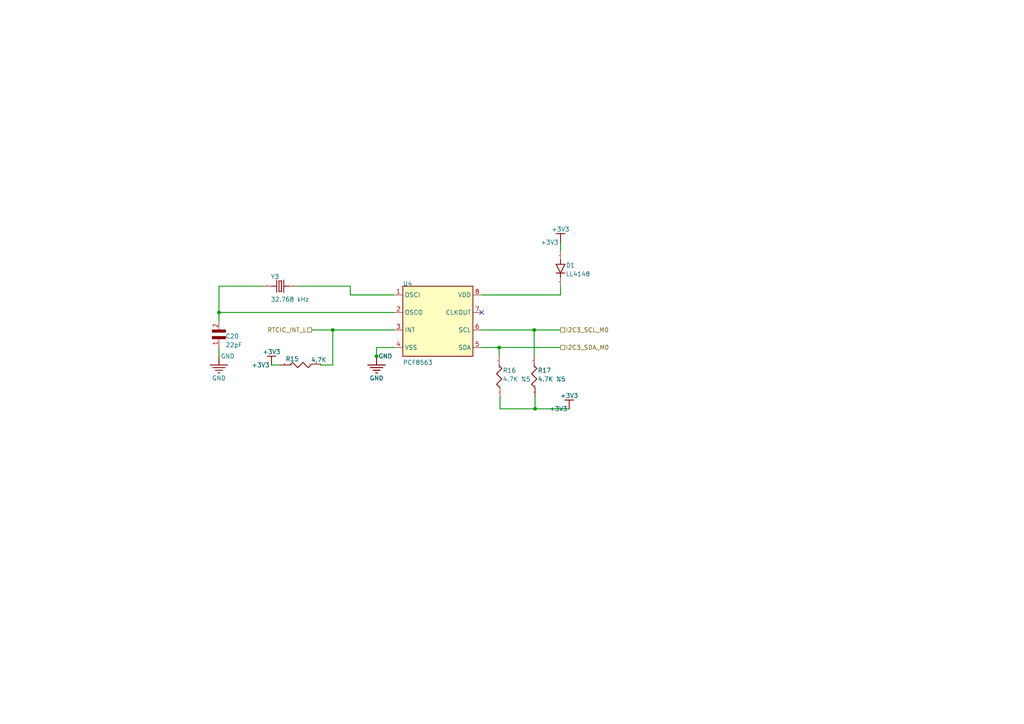
<source format=kicad_sch>
(kicad_sch (version 20230819) (generator eeschema)
  (paper "A4")
  (lib_symbols
    (symbol "RTCL-altium-import:+3V3" (power)
      (property "Reference" "#PWR" (at 0 0 0))
      (property "Value" "+3V3" (at 0 3.81 0))
      (symbol "+3V3_0_0"
        (polyline (pts (xy -1.27 -2.54) (xy 1.27 -2.54)) (stroke (width 0.254)))
        (polyline (pts (xy 0 0) (xy 0 -2.54)) (stroke (width 0.254)))
        (pin power_in line (at 0 0 0) (length 0) (name "+3V3") (number ""))
      )
    )
    (symbol "RTCL-altium-import:GND" (power)
      (property "Reference" "#PWR" (at 0 0 0))
      (property "Value" "GND" (at 0 6.35 0))
      (symbol "GND_0_0"
        (polyline (pts (xy -2.54 -2.54) (xy 2.54 -2.54)) (stroke (width 0.254)))
        (polyline (pts (xy -1.778 -3.302) (xy 1.778 -3.302)) (stroke (width 0.254)))
        (polyline (pts (xy -1.016 -4.064) (xy 1.016 -4.064)) (stroke (width 0.254)))
        (polyline (pts (xy -0.254 -4.826) (xy 0.254 -4.826)) (stroke (width 0.254)))
        (polyline (pts (xy 0 0) (xy 0 -2.54)) (stroke (width 0.254)))
        (pin power_in line (at 0 0 0) (length 0) (name "GND") (number ""))
      )
    )
    (symbol "RTCL-altium-import:root_0_PCF8563"
      (symbol "root_0_PCF8563_1_0"
        (rectangle (start 10.16 10.16) (end -10.16 -10.16) (stroke (width 0.254) (color 128 0 0 1)) (fill (type background)))
        (pin passive line (at -12.7 7.62 0) (length 2.54) (name "OSCI") (number "1"))
        (pin passive line (at -12.7 2.54 0) (length 2.54) (name "OSCO") (number "2"))
        (pin passive line (at -12.7 -2.54 0) (length 2.54) (name "INT") (number "3"))
        (pin passive line (at -12.7 -7.62 0) (length 2.54) (name "VSS") (number "4"))
        (pin passive line (at 12.7 -7.62 180) (length 2.54) (name "SDA") (number "5"))
        (pin passive line (at 12.7 -2.54 180) (length 2.54) (name "SCL") (number "6"))
        (pin passive line (at 12.7 2.54 180) (length 2.54) (name "CLKOUT") (number "7"))
        (pin passive line (at 12.7 7.62 180) (length 2.54) (name "VDD") (number "8"))
      )
    )
    (symbol "RTCL-altium-import:root_1_1K"
      (symbol "root_1_1K_1_0"
        (polyline (pts (xy -4.826 4.318) (xy -5.842 5.334) (xy -4.318 6.858) (xy -5.842 8.382) (xy -4.318 9.906) (xy -5.08 10.668) (xy -5.08 10.922)) (stroke (width 0.254)))
        (pin passive line (at -4.826 1.778 90) (length 2.54) (name "1") (number "1"))
        (pin passive line (at -5.08 13.462 270) (length 2.54) (name "2") (number "2"))
      )
    )
    (symbol "RTCL-altium-import:root_2_1K"
      (symbol "root_2_1K_1_0"
        (polyline (pts (xy -4.318 -4.826) (xy -5.334 -5.842) (xy -6.858 -4.318) (xy -8.382 -5.842) (xy -9.906 -4.318) (xy -10.668 -5.08) (xy -10.922 -5.08)) (stroke (width 0.254)))
        (pin passive line (at -1.778 -4.826 180) (length 2.54) (name "1") (number "1"))
        (pin passive line (at -13.462 -5.08 0) (length 2.54) (name "2") (number "2"))
      )
    )
    (symbol "RTCL-altium-import:root_2_ECS-3X8X"
      (symbol "root_2_ECS-3X8X_1_0"
        (polyline (pts (xy -1.016 -1.778) (xy -1.016 1.778)) (stroke (width 0.254)))
        (polyline (pts (xy -1.016 0) (xy -2.54 0)) (stroke (width 0.254)))
        (polyline (pts (xy -0.381 -1.524) (xy 0.381 -1.524)) (stroke (width 0.254)))
        (polyline (pts (xy -0.381 1.524) (xy -0.381 -1.524)) (stroke (width 0.254)))
        (polyline (pts (xy 0.381 -1.524) (xy 0.381 1.524)) (stroke (width 0.254)))
        (polyline (pts (xy 0.381 1.524) (xy -0.381 1.524)) (stroke (width 0.254)))
        (polyline (pts (xy 1.016 -1.778) (xy 1.016 1.778)) (stroke (width 0.254)))
        (polyline (pts (xy 2.54 0) (xy 1.016 0)) (stroke (width 0.254)))
        (pin passive line (at 5.08 0 180) (length 2.54) (name "1") (number "1"))
        (pin passive line (at -5.08 0 0) (length 2.54) (name "2") (number "2"))
      )
    )
    (symbol "RTCL-altium-import:root_3_C0402C220K4RACTU"
      (symbol "root_3_C0402C220K4RACTU_1_0"
        (rectangle (start 1.905 -1.905) (end -1.905 -2.54) (stroke (width 0.254)) (fill (type outline)))
        (rectangle (start 1.905 0) (end -1.905 -0.635) (stroke (width 0.254)) (fill (type outline)))
        (pin passive line (at 0 -5.08 90) (length 2.54) (name "1") (number "1"))
        (pin passive line (at 0 2.54 270) (length 2.54) (name "2") (number "2"))
      )
    )
    (symbol "RTCL-altium-import:root_3_LL4148"
      (symbol "root_3_LL4148_1_0"
        (polyline (pts (xy -1.27 1.27) (xy 0 -1.27)) (stroke (width 0.254)))
        (polyline (pts (xy 0 -1.27) (xy 0 -2.54)) (stroke (width 0.254)))
        (polyline (pts (xy 0 -1.27) (xy 1.27 1.27)) (stroke (width 0.254)))
        (polyline (pts (xy 0 2.54) (xy 0 1.27)) (stroke (width 0.254)))
        (polyline (pts (xy 1.27 -1.27) (xy -1.27 -1.27)) (stroke (width 0.254)))
        (polyline (pts (xy 1.27 1.27) (xy -1.27 1.27)) (stroke (width 0.254)))
        (pin passive line (at 0 5.08 270) (length 2.54) (name "A") (number "A"))
        (pin passive line (at 0 -5.08 90) (length 2.54) (name "C") (number "C"))
      )
    )
  )
  (junction (at 109.22 103.3272))
  (junction (at 96.52 95.7072))
  (junction (at 144.78 100.7872))
  (junction (at 154.94 95.7072))
  (junction (at 155.194 118.5672))
  (junction (at 63.5 90.6272))
  (no_connect (at 139.7 90.6272))
  (wire (pts (xy 162.56 100.7872) (xy 144.78 100.7872)) (stroke (width 0.254)))
  (wire (pts (xy 63.5 83.0072) (xy 76.2 83.0072)) (stroke (width 0.254)))
  (wire (pts (xy 63.5 93.1672) (xy 63.5 90.6272)) (stroke (width 0.254)))
  (wire (pts (xy 162.56 85.5472) (xy 139.7 85.5472)) (stroke (width 0.254)))
  (wire (pts (xy 155.194 118.5672) (xy 165.1 118.5672)) (stroke (width 0.254)))
  (wire (pts (xy 101.6 85.5472) (xy 114.3 85.5472)) (stroke (width 0.254)))
  (wire (pts (xy 162.56 83.0072) (xy 162.56 85.5472)) (stroke (width 0.254)))
  (wire (pts (xy 92.964 105.8672) (xy 92.964 105.6132)) (stroke (width 0.254)))
  (wire (pts (xy 96.52 105.8672) (xy 92.964 105.8672)) (stroke (width 0.254)))
  (wire (pts (xy 96.52 95.7072) (xy 96.52 105.8672)) (stroke (width 0.254)))
  (wire (pts (xy 96.52 95.7072) (xy 114.3 95.7072)) (stroke (width 0.254)))
  (wire (pts (xy 162.56 70.3072) (xy 162.56 72.8472)) (stroke (width 0.254)))
  (wire (pts (xy 90.421 95.7072) (xy 96.52 95.7072)) (stroke (width 0.254)))
  (wire (pts (xy 139.7 95.7072) (xy 154.94 95.7072)) (stroke (width 0.254)))
  (wire (pts (xy 144.78 100.7872) (xy 139.7 100.7872)) (stroke (width 0.254)))
  (wire (pts (xy 144.78 103.3272) (xy 144.78 100.7872)) (stroke (width 0.254)))
  (wire (pts (xy 63.5 90.6272) (xy 63.5 83.0072)) (stroke (width 0.254)))
  (wire (pts (xy 109.22 100.7872) (xy 109.22 103.3272)) (stroke (width 0.254)))
  (wire (pts (xy 145.034 115.0112) (xy 145.034 118.5672)) (stroke (width 0.254)))
  (wire (pts (xy 154.94 103.3272) (xy 154.94 95.7072)) (stroke (width 0.254)))
  (wire (pts (xy 86.36 83.0072) (xy 101.6 83.0072)) (stroke (width 0.254)))
  (wire (pts (xy 101.6 83.0072) (xy 101.6 85.5472)) (stroke (width 0.254)))
  (wire (pts (xy 78.74 105.8672) (xy 81.28 105.8672)) (stroke (width 0.254)))
  (wire (pts (xy 145.034 118.5672) (xy 155.194 118.5672)) (stroke (width 0.254)))
  (wire (pts (xy 155.194 118.5672) (xy 155.194 115.0112)) (stroke (width 0.254)))
  (wire (pts (xy 114.3 90.6272) (xy 63.5 90.6272)) (stroke (width 0.254)))
  (wire (pts (xy 154.94 95.7072) (xy 162.56 95.7072)) (stroke (width 0.254)))
  (wire (pts (xy 63.5 100.7872) (xy 63.5 103.3272)) (stroke (width 0.254)))
  (wire (pts (xy 114.3 100.7872) (xy 109.22 100.7872)) (stroke (width 0.254)))
  (hierarchical_label "RTCIC_INT_L" (shape passive) (at 90.421 95.7072 180))
  (hierarchical_label "I2C3_SDA_M0" (shape passive) (at 162.56 100.7872 0))
  (hierarchical_label "I2C3_SCL_M0" (shape passive) (at 162.56 95.7072 0))
  (symbol (lib_id "RTCL-altium-import:GND") (at 109.22 103.3272 0) (unit 1)
    (property "Reference" "#PWR?" (effects hide))
    (property "Value" "GND" (at 109.22 109.6772 0))
    (instances (project "RTCL" (path "" (reference "#PWR?") (unit 1))) (project "Bluetooth_Beacon_Kicad" (path "" (reference "#PWR042") (unit 1))))
  )
  (symbol (lib_id "RTCL-altium-import:GND") (at 63.5 103.3272 0) (unit 1)
    (property "Reference" "#PWR?" (effects hide))
    (property "Value" "GND" (at 63.5 109.6772 0))
    (instances (project "RTCL" (path "" (reference "#PWR?") (unit 1))) (project "Bluetooth_Beacon_Kicad" (path "" (reference "#PWR040") (unit 1))))
  )
  (symbol (lib_id "RTCL-altium-import:+3V3") (at 165.1 118.5672 180) (unit 1)
    (property "Reference" "#PWR?" (effects hide))
    (property "Value" "+3V3" (at 165.1 114.7572 0))
    (instances (project "RTCL" (path "" (reference "#PWR?") (unit 1))) (project "Bluetooth_Beacon_Kicad" (path "" (reference "#PWR045") (unit 1))))
  )
  (symbol (lib_id "RTCL-altium-import:root_0_PCF8563") (at 127 93.1672 0) (unit 1)
    (property "Reference" "U4" (at 116.84 83.0072 0) (effects (justify left bottom)))
    (property "Value" "PCF8563" (at 116.84 105.8672 0) (effects (justify left bottom)))
    (property "Footprint" "PCF8563" (effects hide))
  )
  (symbol (lib_id "RTCL-altium-import:+3V3") (at 78.74 105.8672 180) (unit 1)
    (property "Reference" "#PWR?" (effects hide))
    (property "Value" "+3V3" (at 78.74 102.0572 0))
    (instances (project "RTCL" (path "" (reference "#PWR?") (unit 1))) (project "Bluetooth_Beacon_Kicad" (path "" (reference "#PWR041") (unit 1))))
  )
  (symbol (lib_id "RTCL-altium-import:+3V3") (at 162.56 70.3072 180) (unit 1)
    (property "Reference" "#PWR?" (effects hide))
    (property "Value" "+3V3" (at 162.56 66.4972 0))
    (instances (project "RTCL" (path "" (reference "#PWR?") (unit 1))) (project "Bluetooth_Beacon_Kicad" (path "" (reference "#PWR044") (unit 1))))
  )
  (symbol (lib_id "RTCL-altium-import:root_1_1K") (at 149.86 116.7892 0) (unit 1)
    (property "Reference" "R16" (at 145.796 108.1532 0) (effects (justify left bottom)))
    (property "Value" "4.7K %5" (at 145.796 110.6932 0) (effects (justify left bottom)))
    (property "Footprint" "Res_0402" (effects hide))
  )
  (symbol (lib_id "RTCL-altium-import:root_2_1K") (at 94.742 100.7872 0) (unit 1)
    (property "Reference" "R15" (at 82.804 104.8512 0) (effects (justify left bottom)))
    (property "Value" "4.7K" (at 90.17 105.1052 0) (effects (justify left bottom)))
    (property "Footprint" "Res_0402" (effects hide))
  )
  (symbol (lib_id "RTCL-altium-import:root_2_ECS-3X8X") (at 81.28 83.0072 0) (unit 1)
    (property "Reference" "Y3" (at 78.486 80.9752 0) (effects (justify left bottom)))
    (property "Value" "32.768 kHz" (at 78.486 87.5792 0) (effects (justify left bottom)))
    (property "Footprint" "C__Users_İhsan_Desktop_Donanımlar_Bluetooth_Beacon_Bluetooth_Beacon_Bluetooth-Beacon-AltiumDesigner_PcbLib1.PcbLib:XTAL_ECS-3X8X" (effects hide))
    (property "ALTIUM_VALUE" "*" (effects hide))
    (property "PACKAGE" "Cylindrical Can Radial  ECS International" (effects hide))
    (property "MF" "ECS Inc." (effects hide))
    (property "SNAPEDA_LINK" "https://www.snapeda.com/parts/ECS-3X8X/ECS%20Inc./view-part/2454480/?ref=snap" (effects hide))
    (property "MP" "ECS-3X8X" (effects hide))
  )
  (symbol (lib_id "RTCL-altium-import:GND") (at 109.22 103.3272 0) (unit 1)
    (property "Reference" "#PWR?" (effects hide))
    (property "Value" "GND" (at 109.22 109.6772 0))
    (instances (project "RTCL" (path "" (reference "#PWR?") (unit 1))) (project "Bluetooth_Beacon_Kicad" (path "" (reference "#PWR043") (unit 1))))
  )
  (symbol (lib_id "RTCL-altium-import:root_3_C0402C220K4RACTU") (at 63.5 95.7072 0) (unit 1)
    (property "Reference" "C20" (at 65.405 98.2472 0) (effects (justify left bottom)))
    (property "Value" "22pF" (at 65.405 100.7872 0) (effects (justify left bottom)))
    (property "Footprint" "c_0402" (effects hide))
    (property "MP" "C0402C220K4RACTU" (effects hide))
    (property "SNAPEDA_LINK" "https://www.snapeda.com/parts/C0402C220K4RACTU/KEMET/view-part/2040769/?ref=snap" (effects hide))
    (property "PRICE" "None" (effects hide))
    (property "MF" "KEMET" (effects hide))
    (property "PACKAGE" "0402 KEMET" (effects hide))
    (property "AVAILABILITY" "Unavailable" (effects hide))
    (property "ALTIUM_VALUE" "*" (effects hide))
  )
  (symbol (lib_id "RTCL-altium-import:root_1_1K") (at 160.02 116.7892 0) (unit 1)
    (property "Reference" "R17" (at 155.956 108.1532 0) (effects (justify left bottom)))
    (property "Value" "4.7K %5" (at 155.956 110.6932 0) (effects (justify left bottom)))
    (property "Footprint" "Res_0402" (effects hide))
  )
  (symbol (lib_id "RTCL-altium-import:root_3_LL4148") (at 162.56 77.9272 0) (unit 1)
    (property "Reference" "D1" (at 164.084 77.6732 0) (effects (justify left bottom)))
    (property "Value" "LL4148" (at 164.084 80.2132 0) (effects (justify left bottom)))
    (property "Footprint" "DIO_LL4148" (effects hide))
    (property "ALTIUM_VALUE" "*" (effects hide))
    (property "SNAPEDA_LINK" "https://www.snapeda.com/parts/LL4148/Diotec/view-part/?ref=snap" (effects hide))
    (property "MF" "Diotec Semiconductor" (effects hide))
    (property "PURCHASE-URL" "https://pricing.snapeda.com/search/part/LL4148/?ref=eda" (effects hide))
    (property "AVAILABILITY" "In Stock" (effects hide))
    (property "PRICE" "None" (effects hide))
    (property "PACKAGE" "MINIMELF-2 Diotec" (effects hide))
    (property "CHECK_PRICES" "https://www.snapeda.com/parts/LL4148/Diotec/view-part/?ref=eda" (effects hide))
    (property "MP" "LL4148" (effects hide))
  )
)
</source>
